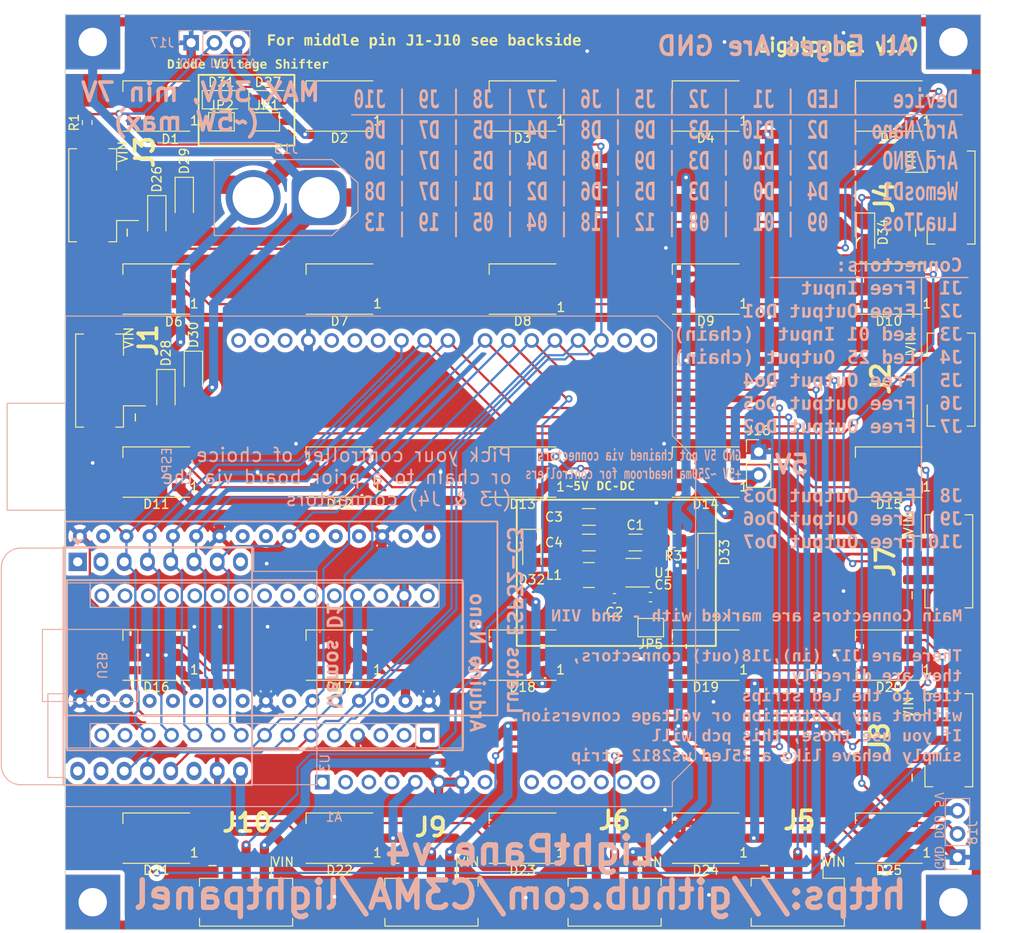
<source format=kicad_pcb>
(kicad_pcb (version 20221018) (generator pcbnew)

  (general
    (thickness 1.6)
  )

  (paper "A4")
  (layers
    (0 "F.Cu" signal)
    (31 "B.Cu" signal)
    (32 "B.Adhes" user "B.Adhesive")
    (33 "F.Adhes" user "F.Adhesive")
    (34 "B.Paste" user)
    (35 "F.Paste" user)
    (36 "B.SilkS" user "B.Silkscreen")
    (37 "F.SilkS" user "F.Silkscreen")
    (38 "B.Mask" user)
    (39 "F.Mask" user)
    (40 "Dwgs.User" user "User.Drawings")
    (41 "Cmts.User" user "User.Comments")
    (42 "Eco1.User" user "User.Eco1")
    (43 "Eco2.User" user "User.Eco2")
    (44 "Edge.Cuts" user)
    (45 "Margin" user)
    (46 "B.CrtYd" user "B.Courtyard")
    (47 "F.CrtYd" user "F.Courtyard")
    (48 "B.Fab" user)
    (49 "F.Fab" user)
    (50 "User.1" user)
    (51 "User.2" user)
    (52 "User.3" user)
    (53 "User.4" user)
    (54 "User.5" user)
    (55 "User.6" user)
    (56 "User.7" user)
    (57 "User.8" user)
    (58 "User.9" user)
  )

  (setup
    (stackup
      (layer "F.SilkS" (type "Top Silk Screen"))
      (layer "F.Paste" (type "Top Solder Paste"))
      (layer "F.Mask" (type "Top Solder Mask") (thickness 0.01))
      (layer "F.Cu" (type "copper") (thickness 0.035))
      (layer "dielectric 1" (type "core") (thickness 1.51) (material "FR4") (epsilon_r 4.5) (loss_tangent 0.02))
      (layer "B.Cu" (type "copper") (thickness 0.035))
      (layer "B.Mask" (type "Bottom Solder Mask") (thickness 0.01))
      (layer "B.Paste" (type "Bottom Solder Paste"))
      (layer "B.SilkS" (type "Bottom Silk Screen"))
      (copper_finish "None")
      (dielectric_constraints no)
    )
    (pad_to_mask_clearance 0)
    (pcbplotparams
      (layerselection 0x00010fc_ffffffff)
      (plot_on_all_layers_selection 0x0000000_00000000)
      (disableapertmacros false)
      (usegerberextensions false)
      (usegerberattributes true)
      (usegerberadvancedattributes true)
      (creategerberjobfile true)
      (dashed_line_dash_ratio 12.000000)
      (dashed_line_gap_ratio 3.000000)
      (svgprecision 6)
      (plotframeref false)
      (viasonmask false)
      (mode 1)
      (useauxorigin false)
      (hpglpennumber 1)
      (hpglpenspeed 20)
      (hpglpendiameter 15.000000)
      (dxfpolygonmode true)
      (dxfimperialunits true)
      (dxfusepcbnewfont true)
      (psnegative false)
      (psa4output false)
      (plotreference true)
      (plotvalue true)
      (plotinvisibletext false)
      (sketchpadsonfab false)
      (subtractmaskfromsilk false)
      (outputformat 1)
      (mirror false)
      (drillshape 0)
      (scaleselection 1)
      (outputdirectory "fabv4")
    )
  )

  (net 0 "")
  (net 1 "unconnected-(A1-NC-Pad1)")
  (net 2 "unconnected-(A1-IOREF-Pad2)")
  (net 3 "unconnected-(A1-~{RESET}-Pad3)")
  (net 4 "unconnected-(A1-3V3-Pad4)")
  (net 5 "unconnected-(A1-VIN-Pad8)")
  (net 6 "unconnected-(A1-A0-Pad9)")
  (net 7 "unconnected-(A1-A1-Pad10)")
  (net 8 "unconnected-(A1-A2-Pad11)")
  (net 9 "unconnected-(A1-A3-Pad12)")
  (net 10 "unconnected-(A1-SDA{slash}A4-Pad13)")
  (net 11 "unconnected-(A1-SCL{slash}A5-Pad14)")
  (net 12 "unconnected-(A1-D0{slash}RX-Pad15)")
  (net 13 "5V")
  (net 14 "GND")
  (net 15 "VIN")
  (net 16 "unconnected-(A1-D1{slash}TX-Pad16)")
  (net 17 "unconnected-(A1-D11-Pad26)")
  (net 18 "unconnected-(A1-D12-Pad27)")
  (net 19 "unconnected-(A1-D13-Pad28)")
  (net 20 "unconnected-(A1-AREF-Pad30)")
  (net 21 "unconnected-(A1-SDA{slash}A4-Pad31)")
  (net 22 "unconnected-(A1-SCL{slash}A5-Pad32)")
  (net 23 "unconnected-(A2-TX1-Pad1)")
  (net 24 "unconnected-(A2-RX1-Pad2)")
  (net 25 "unconnected-(A2-~{RESET}-Pad3)")
  (net 26 "unconnected-(A2-MOSI-Pad14)")
  (net 27 "unconnected-(A2-MISO-Pad15)")
  (net 28 "unconnected-(A2-SCK-Pad16)")
  (net 29 "unconnected-(A2-AREF-Pad18)")
  (net 30 "unconnected-(A2-A0-Pad19)")
  (net 31 "unconnected-(A2-A1-Pad20)")
  (net 32 "unconnected-(A2-A2-Pad21)")
  (net 33 "unconnected-(A2-A3-Pad22)")
  (net 34 "unconnected-(A2-SDA{slash}A4-Pad23)")
  (net 35 "unconnected-(A2-SCL{slash}A5-Pad24)")
  (net 36 "unconnected-(A2-A6-Pad25)")
  (net 37 "unconnected-(A2-A7-Pad26)")
  (net 38 "unconnected-(A2-~{RESET}-Pad28)")
  (net 39 "unconnected-(A2-VIN-Pad30)")
  (net 40 "Net-(U1-BST)")
  (net 41 "Net-(U1-SW)")
  (net 42 "Net-(D1-DOUT)")
  (net 43 "Net-(D2-DOUT)")
  (net 44 "Net-(D3-DOUT)")
  (net 45 "Net-(D4-DOUT)")
  (net 46 "Net-(D5-DOUT)")
  (net 47 "Net-(D6-DOUT)")
  (net 48 "Net-(D7-DOUT)")
  (net 49 "Net-(D8-DOUT)")
  (net 50 "Net-(D10-DIN)")
  (net 51 "Net-(D10-DOUT)")
  (net 52 "Net-(D11-DOUT)")
  (net 53 "Net-(D12-DOUT)")
  (net 54 "Net-(D13-DOUT)")
  (net 55 "Net-(D14-DOUT)")
  (net 56 "Net-(D15-DOUT)")
  (net 57 "Net-(D16-DOUT)")
  (net 58 "Net-(D17-DOUT)")
  (net 59 "Net-(D18-DOUT)")
  (net 60 "Net-(D19-DOUT)")
  (net 61 "Net-(D20-DOUT)")
  (net 62 "Net-(D21-DOUT)")
  (net 63 "Net-(D22-DOUT)")
  (net 64 "Net-(D23-DOUT)")
  (net 65 "Net-(D24-DOUT)")
  (net 66 "LDumbOut")
  (net 67 "unconnected-(ESP1-IO00-Pad2)")
  (net 68 "Lin")
  (net 69 "LOut")
  (net 70 "Do1")
  (net 71 "Do2")
  (net 72 "Do3")
  (net 73 "Do4")
  (net 74 "Do5")
  (net 75 "Do6")
  (net 76 "Do7")
  (net 77 "unconnected-(ESP1-RX0-Pad8)")
  (net 78 "unconnected-(ESP1-TX0-Pad9)")
  (net 79 "LDumb")
  (net 80 "unconnected-(ESP1-NC-Pad11)")
  (net 81 "unconnected-(ESP1-EN-Pad12)")
  (net 82 "unconnected-(ESP1-3.3V-Pad13)")
  (net 83 "unconnected-(ESP1-PEB-Pad15)")
  (net 84 "unconnected-(A2-3V3-Pad17)")
  (net 85 "unconnected-(ESP1-IO02-Pad19)")
  (net 86 "unconnected-(ESP1-IO03-Pad20)")
  (net 87 "unconnected-(ESP1-IO10-Pad21)")
  (net 88 "unconnected-(ESP1-IO06-Pad22)")
  (net 89 "unconnected-(ESP1-IO07-Pad23)")
  (net 90 "unconnected-(ESP1-IO11-Pad24)")
  (net 91 "unconnected-(ESP1-3.3V-Pad26)")
  (net 92 "unconnected-(U3-~{RST}-Pad1)")
  (net 93 "unconnected-(U3-A0-Pad2)")
  (net 94 "unconnected-(U3-RX-Pad15)")
  (net 95 "unconnected-(U3-TX-Pad16)")
  (net 96 "Net-(U1-EN)")
  (net 97 "Net-(JP5-A)")
  (net 98 "Net-(D1-VDD)")
  (net 99 "Net-(D27-K)")
  (net 100 "GND_IN")
  (net 101 "Net-(D33-K)")
  (net 102 "unconnected-(ESP1-3.3V-Pad18)")
  (net 103 "Net-(D32-A)")
  (net 104 "unconnected-(ESP1-IO09-Pad30)")
  (net 105 "unconnected-(U3-3V3-Pad8)")
  (net 106 "unconnected-(U3-D4-Pad11)")

  (footprint "Connector_JST:JST_PH_B3B-PH-SM4-TB_1x03-1MP_P2.00mm_Vertical" (layer "F.Cu") (at 145 89.9 -90))

  (footprint "Library:Solder_Screw_Mount" (layer "F.Cu") (at 53 147))

  (footprint "Connector_JST:JST_PH_B3B-PH-SM4-TB_1x03-1MP_P2.00mm_Vertical" (layer "F.Cu") (at 90 145.25 180))

  (footprint "Diode_SMD:D_SOD-123F" (layer "F.Cu") (at 63 70 -90))

  (footprint "Capacitor_SMD:C_1206_3216Metric" (layer "F.Cu") (at 107.188 104.902))

  (footprint "Diode_SMD:D_SOD-123F" (layer "F.Cu") (at 120.1 108.9 -90))

  (footprint "Diode_SMD:D_SOD-123F" (layer "F.Cu") (at 61 91 -90))

  (footprint "LED_SMD:LED_WS2812B_PLCC4_5.0x5.0mm_P3.2mm" (layer "F.Cu") (at 139.95 140 180))

  (footprint "Package_TO_SOT_SMD:TSOT-23-6" (layer "F.Cu") (at 112.014 110.998 180))

  (footprint "LED_SMD:LED_WS2812B_PLCC4_5.0x5.0mm_P3.2mm" (layer "F.Cu") (at 119.95 60 180))

  (footprint "Jumper:SolderJumper-2_P1.3mm_Bridged_Pad1.0x1.5mm" (layer "F.Cu") (at 67.056 61.722))

  (footprint "LED_SMD:LED_WS2812B_PLCC4_5.0x5.0mm_P3.2mm" (layer "F.Cu") (at 119.95 80 180))

  (footprint "LED_SMD:LED_WS2812B_PLCC4_5.0x5.0mm_P3.2mm" (layer "F.Cu") (at 139.95 120 180))

  (footprint "LED_SMD:LED_WS2812B_PLCC4_5.0x5.0mm_P3.2mm" (layer "F.Cu") (at 59.95 140 180))

  (footprint "Connector_JST:JST_PH_B3B-PH-SM4-TB_1x03-1MP_P2.00mm_Vertical" (layer "F.Cu") (at 54.75 69.75 90))

  (footprint "LED_SMD:LED_WS2812B_PLCC4_5.0x5.0mm_P3.2mm" (layer "F.Cu") (at 99.95 100 180))

  (footprint "Diode_SMD:D_SOD-123F" (layer "F.Cu") (at 60 72 -90))

  (footprint "LED_SMD:LED_WS2812B_PLCC4_5.0x5.0mm_P3.2mm" (layer "F.Cu") (at 99.95 140 180))

  (footprint "Connector_JST:JST_PH_B3B-PH-SM4-TB_1x03-1MP_P2.00mm_Vertical" (layer "F.Cu") (at 110 145.25 180))

  (footprint "Connector_JST:JST_PH_B3B-PH-SM4-TB_1x03-1MP_P2.00mm_Vertical" (layer "F.Cu") (at 144.75 109.75 -90))

  (footprint "LED_SMD:LED_WS2812B_PLCC4_5.0x5.0mm_P3.2mm" (layer "F.Cu") (at 99.95 60 180))

  (footprint "Jumper:SolderJumper-2_P1.3mm_Bridged_Pad1.0x1.5mm" (layer "F.Cu") (at 113.9463 116.9924 180))

  (footprint "LED_SMD:LED_WS2812B_PLCC4_5.0x5.0mm_P3.2mm" (layer "F.Cu") (at 139.95 100 180))

  (footprint "Diode_SMD:D_SOD-123F" (layer "F.Cu") (at 72.266 59.309))

  (footprint "Library:Solder_Screw_Mount" (layer "F.Cu") (at 147 147))

  (footprint "LED_SMD:LED_WS2812B_PLCC4_5.0x5.0mm_P3.2mm" (layer "F.Cu") (at 119.95 120 180))

  (footprint "LED_SMD:LED_WS2812B_PLCC4_5.0x5.0mm_P3.2mm" (layer "F.Cu") (at 79.95 60 180))

  (footprint "LED_SMD:LED_WS2812B_PLCC4_5.0x5.0mm_P3.2mm" (layer "F.Cu") (at 79.95 80 180))

  (footprint "Diode_SMD:D_SOD-123F" (layer "F.Cu") (at 137.4 73.9 -90))

  (footprint "Library:Solder_Screw_Mount" (layer "F.Cu") (at 53 53))

  (footprint "LED_SMD:LED_WS2812B_PLCC4_5.0x5.0mm_P3.2mm" (layer "F.Cu") (at 59.95 100 180))

  (footprint "LED_SMD:LED_WS2812B_PLCC4_5.0x5.0mm_P3.2mm" (layer "F.Cu") (at 59.95 60 180))

  (footprint "LED_SMD:LED_WS2812B_PLCC4_5.0x5.0mm_P3.2mm" (layer "F.Cu") (at 99.95 80 180))

  (footprint "Capacitor_SMD:C_0603_1608Metric" (layer "F.Cu") (at 113.919 113.665 180))

  (footprint "LED_SMD:LED_WS2812B_PLCC4_5.0x5.0mm_P3.2mm" (layer "F.Cu") (at 119.95 100 180))

  (footprint "LED_SMD:LED_WS2812B_PLCC4_5.0x5.0mm_P3.2mm" (layer "F.Cu") (at 79.95 140 180))

  (footprint "Connector_JST:JST_PH_B3B-PH-SM4-TB_1x03-1MP_P2.00mm_Vertical" (layer "F.Cu") (at 145 70 -90))

  (footprint "Resistor_SMD:R_0805_2012Metric" (layer "F.Cu") (at 116.4125 107.5 180))

  (footprint "Connector_PinHeader_2.54mm:PinHeader_1x02_P2.54mm_Vertical" (layer "F.Cu") (at 125.73 97.79))

  (footprint "LED_SMD:LED_WS2812B_PLCC4_5.0x5.0mm_P3.2mm" (layer "F.Cu") (at 59.95 80 180))

  (footprint "Diode_SMD:D_SOD-123F" (layer "F.Cu") (at 100.965 108.461 -90))

  (footprint "Connector_JST:JST_PH_B3B-PH-SM4-TB_1x03-1MP_P2.00mm_Vertical" (layer "F.Cu") (at 55.5 90 90))

  (footprint "Diode_SMD:D_SOD-123F" (layer "F.Cu") (at 67.18 59.309))

  (footprint "LED_SMD:LED_WS2812B_PLCC4_5.0x5.0mm_P3.2mm" (layer "F.Cu") (at 139.95 60 180))

  (footprint "LED_SMD:LED_WS2812B_PLCC4_5.0x5.0mm_P3.2mm" (layer "F.Cu")
    (tstamp b18101fd-623d-4335-b206-8f8063664f13)
    (at 79.95 120 180)
    (descr "5.0mm x 5.0mm Addressable RGB LED NeoPixel, https://cdn-shop.adafruit.com/datasheets/WS2812B.pdf")
    (tags "LED RGB NeoPixel PLCC-4 5050")
    (property "LCSC" "C2843785")
    (property "Sheetfile" "lig.kicad_sch")
    (property "Sheetname" "")
    (property "ki_description" "RGB LED with integrated controller")
    (property "ki_keywords" "RGB LED NeoPixel addressable")
    (path "/285c1ace-e1c9-48df-afbb-d78cbf658ce9")
    (attr smd)
    (fp_text reference "D17" (at 0 -3.5) (layer "F.SilkS")
        (effects (font (size 1 1) (thickness 0.15)))
      (tstamp 8f63be25-5414-4187-833d-a982f2e42e60)
    )
    (fp_text value "WS2812B" (at 0 4) (layer "F.Fab")
        (effects (font (size 1 1) (thickness 0.15)))
      (tstamp 4c259ed0-e989-4301-99d3-1b5166028c65)
    )
    (fp_text user "1" (at -4.15 -1.6) (layer "F.SilkS")
        (effects (font (size 1 1) (thickness 0.15)))
      (tstamp 0c58c39b-ddaa-473a-a4ef-0465033b5763)
    )
    (fp_text user "${REFERENCE}" (at 0 0) (layer "F.Fab")
        (effects (font (size 0.8 0.8) (thickness 0.15)))
      (tstamp afa30860-62e9-4c74-a4bb-0e72a15d1b02)
    )
    (fp_line (start -3.65 -2.75) (end 3.65 -2.75)
      (stroke (width 0.12) (type solid)) (
... [5229734 chars truncated]
</source>
